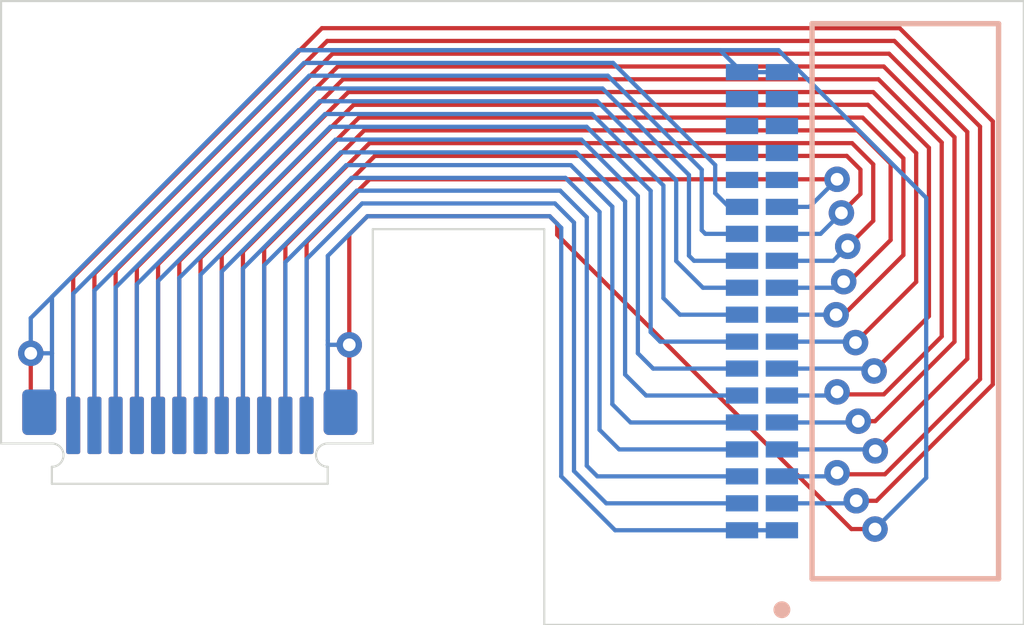
<source format=kicad_pcb>
(kicad_pcb (version 20241229) (generator "pcbnew") (generator_version "9.0")
  (layers (0 "F.Cu" signal) (2 "B.Cu" signal) (13 "F.Paste" user) (15 "B.Paste" user) (5 "F.SilkS" user "F.Silkscreen") (7 "B.SilkS" user "B.Silkscreen") (1 "F.Mask" user) (3 "B.Mask" user) (25 "Edge.Cuts" user))
  (net 0 "")
  (net 1 "GND")
  (net 2 "Net-(J1-Pad4)")
  (net 3 "Net-(J1-Pad11)")
  (net 4 "Net-(J1-Pad6)")
  (net 5 "Net-(J1-Pad9)")
  (net 6 "Net-(J1-Pad24)")
  (net 7 "Net-(J1-Pad23)")
  (net 8 "Net-(J1-Pad12)")
  (net 9 "Net-(J1-Pad7)")
  (net 10 "Net-(J1-Pad10)")
  (net 11 "Net-(J1-Pad3)")
  (net 12 "Net-(J1-Pad13)")
  (net 13 "Net-(J1-Pad31)")
  (net 14 "Net-(J1-Pad27)")
  (net 15 "Net-(J1-Pad5)")
  (net 16 "Net-(J1-Pad2)")
  (net 17 "Net-(J1-Pad8)")
  (net 18 "Net-(J1-Pad29)")
  (net 19 "Net-(J1-Pad26)")
  (net 20 "Net-(J1-Pad21)")
  (net 21 "Net-(J1-Pad20)")
  (net 22 "Net-(J1-Pad28)")
  (net 23 "Net-(J1-Pad22)")
  (net 24 "Net-(J1-Pad30)")
  (net 25 "Net-(J1-Pad25)")
  (footprint "USBPlug:699C124-2A6-111 USB Plug_first half" (layer "F.Cu") (at 134.8 100.3)
    (property "Reference" "U1" (hide yes))
    (property "Value" "~" (hide yes))
    (pad "0" smd roundrect (at -2.5 3) (size 0.33 1.35) (layers "F.Cu" "F.Mask" "F.Paste") (roundrect_rratio 0.1515151515) (net 16 "Net-(J1-Pad2)"))
    (pad "1" smd roundrect (at -2 3) (size 0.33 1.35) (layers "F.Cu" "F.Mask" "F.Paste") (roundrect_rratio 0.1515151515) (net 11 "Net-(J1-Pad3)"))
    (pad "2" smd roundrect (at -1.5 3) (size 0.33 1.35) (layers "F.Cu" "F.Mask" "F.Paste") (roundrect_rratio 0.1515151515) (net 2 "Net-(J1-Pad4)"))
    (pad "3" smd roundrect (at -1 3) (size 0.33 1.35) (layers "F.Cu" "F.Mask" "F.Paste") (roundrect_rratio 0.1515151515) (net 15 "Net-(J1-Pad5)"))
    (pad "4" smd roundrect (at -0.5 3) (size 0.33 1.35) (layers "F.Cu" "F.Mask" "F.Paste") (roundrect_rratio 0.1515151515) (net 4 "Net-(J1-Pad6)"))
    (pad "5" smd roundrect (at 0 3) (size 0.33 1.35) (layers "F.Cu" "F.Mask" "F.Paste") (roundrect_rratio 0.1515151515) (net 9 "Net-(J1-Pad7)"))
    (pad "6" smd roundrect (at 0.5 3) (size 0.33 1.35) (layers "F.Cu" "F.Mask" "F.Paste") (roundrect_rratio 0.1515151515) (net 17 "Net-(J1-Pad8)"))
    (pad "7" smd roundrect (at 1 3) (size 0.33 1.35) (layers "F.Cu" "F.Mask" "F.Paste") (roundrect_rratio 0.1515151515) (net 5 "Net-(J1-Pad9)"))
    (pad "8" smd roundrect (at 1.5 3) (size 0.33 1.35) (layers "F.Cu" "F.Mask" "F.Paste") (roundrect_rratio 0.1515151515) (net 10 "Net-(J1-Pad10)"))
    (pad "9" smd roundrect (at 2 3) (size 0.33 1.35) (layers "F.Cu" "F.Mask" "F.Paste") (roundrect_rratio 0.1515151515) (net 3 "Net-(J1-Pad11)"))
    (pad "10" smd roundrect (at 2.5 3) (size 0.33 1.35) (layers "F.Cu" "F.Mask" "F.Paste") (roundrect_rratio 0.1515151515) (net 8 "Net-(J1-Pad12)"))
    (pad "11" smd roundrect (at 3 3) (size 0.33 1.35) (layers "F.Cu" "F.Mask" "F.Paste") (roundrect_rratio 0.1515151515) (net 12 "Net-(J1-Pad13)"))
    (pad "24" smd roundrect (at -3 3 180) (size 0.8 1.07) (drill (offset 0.3 0.31)) (layers "F.Cu" "F.Mask" "F.Paste") (roundrect_rratio 0.15) (net 1 "GND"))
    (pad "25" smd roundrect (at 3.5 3) (size 0.8 1.07) (drill (offset 0.3 -0.31)) (layers "F.Cu" "F.Mask" "F.Paste") (roundrect_rratio 0.15) (net 1 "GND"))
  )
  (footprint "USBPlug:699C124-2A6-111 USB Plug_second half" (layer "B.Cu") (at 134.8 106.3)
    (property "Reference" "U2" (hide yes))
    (property "Value" "~" (hide yes))
    (pad "12" smd roundrect (at -2.5 -3) (size 0.33 1.35) (layers "B.Cu" "B.Mask" "B.Paste") (roundrect_rratio 0.1515151515) (net 13 "Net-(J1-Pad31)"))
    (pad "13" smd roundrect (at -2 -3) (size 0.33 1.35) (layers "B.Cu" "B.Mask" "B.Paste") (roundrect_rratio 0.1515151515) (net 24 "Net-(J1-Pad30)"))
    (pad "14" smd roundrect (at -1.5 -3) (size 0.33 1.35) (layers "B.Cu" "B.Mask" "B.Paste") (roundrect_rratio 0.1515151515) (net 18 "Net-(J1-Pad29)"))
    (pad "15" smd roundrect (at -1 -3) (size 0.33 1.35) (layers "B.Cu" "B.Mask" "B.Paste") (roundrect_rratio 0.1515151515) (net 22 "Net-(J1-Pad28)"))
    (pad "16" smd roundrect (at -0.5 -3) (size 0.33 1.35) (layers "B.Cu" "B.Mask" "B.Paste") (roundrect_rratio 0.1515151515) (net 14 "Net-(J1-Pad27)"))
    (pad "17" smd roundrect (at 0 -3) (size 0.33 1.35) (layers "B.Cu" "B.Mask" "B.Paste") (roundrect_rratio 0.1515151515) (net 19 "Net-(J1-Pad26)"))
    (pad "18" smd roundrect (at 0.5 -3) (size 0.33 1.35) (layers "B.Cu" "B.Mask" "B.Paste") (roundrect_rratio 0.1515151515) (net 25 "Net-(J1-Pad25)"))
    (pad "19" smd roundrect (at 1 -3) (size 0.33 1.35) (layers "B.Cu" "B.Mask" "B.Paste") (roundrect_rratio 0.1515151515) (net 6 "Net-(J1-Pad24)"))
    (pad "20" smd roundrect (at 1.5 -3) (size 0.33 1.35) (layers "B.Cu" "B.Mask" "B.Paste") (roundrect_rratio 0.1515151515) (net 7 "Net-(J1-Pad23)"))
    (pad "21" smd roundrect (at 2 -3) (size 0.33 1.35) (layers "B.Cu" "B.Mask" "B.Paste") (roundrect_rratio 0.1515151515) (net 23 "Net-(J1-Pad22)"))
    (pad "22" smd roundrect (at 2.5 -3) (size 0.33 1.35) (layers "B.Cu" "B.Mask" "B.Paste") (roundrect_rratio 0.1515151515) (net 20 "Net-(J1-Pad21)"))
    (pad "23" smd roundrect (at 3 -3) (size 0.33 1.35) (layers "B.Cu" "B.Mask" "B.Paste") (roundrect_rratio 0.1515151515) (net 21 "Net-(J1-Pad20)"))
    (pad "26" smd roundrect (at -3 -3.3 180) (size 0.8 1.07) (drill (offset 0.3 0.01)) (layers "B.Cu" "B.Mask" "B.Paste") (roundrect_rratio 0.15) (net 1 "GND"))
    (pad "27" smd roundrect (at 3.5 -3.3) (size 0.8 1.07) (drill (offset 0.3 -0.01)) (layers "B.Cu" "B.Mask" "B.Paste") (roundrect_rratio 0.15) (net 1 "GND"))
  )
  (footprint "36pinOmnetics:OMNETICS_A79024-001" (layer "B.Cu") (at 148.5301 100.37275 -90)
    (property "Reference" "J1" (hide yes))
    (property "Value" "A79024-001" (hide yes))
    (fp_line (start -6.5405 -1.1811) (end 6.5405 -1.1811) (stroke (width 0.127)) (layer "B.SilkS"))
    (fp_line (start 6.5405 -1.1811) (end 6.5405 -5.5753) (stroke (width 0.127)) (layer "B.SilkS"))
    (fp_line (start -6.5405 -5.5753) (end -6.5405 -1.1811) (stroke (width 0.127)) (layer "B.SilkS"))
    (fp_line (start 6.5405 -5.5753) (end -6.5405 -5.5753) (stroke (width 0.127)) (layer "B.SilkS"))
    (fp_circle (center 7.27 -0.47) (end 7.37 -0.47) (stroke (width 0.2)) (fill no) (layer "B.SilkS"))
    (pad "1" smd rect (at 5.3975 -0.4699 270) (size 0.381 0.762) (layers "B.Cu" "B.Mask" "B.Paste") (net 1 "GND"))
    (pad "2" smd rect (at 4.7625 -0.4699 270) (size 0.381 0.762) (layers "B.Cu" "B.Mask" "B.Paste") (net 16 "Net-(J1-Pad2)"))
    (pad "3" smd rect (at 4.1275 -0.4699 270) (size 0.381 0.762) (layers "B.Cu" "B.Mask" "B.Paste") (net 11 "Net-(J1-Pad3)"))
    (pad "4" smd rect (at 3.4925 -0.4699 270) (size 0.381 0.762) (layers "B.Cu" "B.Mask" "B.Paste") (net 2 "Net-(J1-Pad4)"))
    (pad "5" smd rect (at 2.8575 -0.4699 270) (size 0.381 0.762) (layers "B.Cu" "B.Mask" "B.Paste") (net 15 "Net-(J1-Pad5)"))
    (pad "6" smd rect (at 2.2225 -0.4699 270) (size 0.381 0.762) (layers "B.Cu" "B.Mask" "B.Paste") (net 4 "Net-(J1-Pad6)"))
    (pad "7" smd rect (at 1.5875 -0.4699 270) (size 0.381 0.762) (layers "B.Cu" "B.Mask" "B.Paste") (net 9 "Net-(J1-Pad7)"))
    (pad "8" smd rect (at 0.9525 -0.4699 270) (size 0.381 0.762) (layers "B.Cu" "B.Mask" "B.Paste") (net 17 "Net-(J1-Pad8)"))
    (pad "9" smd rect (at 0.3175 -0.4699 270) (size 0.381 0.762) (layers "B.Cu" "B.Mask" "B.Paste") (net 5 "Net-(J1-Pad9)"))
    (pad "10" smd rect (at -0.3175 -0.4699 270) (size 0.381 0.762) (layers "B.Cu" "B.Mask" "B.Paste") (net 10 "Net-(J1-Pad10)"))
    (pad "11" smd rect (at -0.9525 -0.4699 270) (size 0.381 0.762) (layers "B.Cu" "B.Mask" "B.Paste") (net 3 "Net-(J1-Pad11)"))
    (pad "12" smd rect (at -1.5875 -0.4699 270) (size 0.381 0.762) (layers "B.Cu" "B.Mask" "B.Paste") (net 8 "Net-(J1-Pad12)"))
    (pad "13" smd rect (at -2.2225 -0.4699 270) (size 0.381 0.762) (layers "B.Cu" "B.Mask" "B.Paste") (net 12 "Net-(J1-Pad13)"))
    (pad "14" smd rect (at -2.8575 -0.4699 270) (size 0.381 0.762) (layers "B.Cu" "B.Mask" "B.Paste"))
    (pad "15" smd rect (at -3.4925 -0.4699 270) (size 0.381 0.762) (layers "B.Cu" "B.Mask" "B.Paste"))
    (pad "16" smd rect (at -4.1275 -0.4699 270) (size 0.381 0.762) (layers "B.Cu" "B.Mask" "B.Paste"))
    (pad "17" smd rect (at -4.7625 -0.4699 270) (size 0.381 0.762) (layers "B.Cu" "B.Mask" "B.Paste"))
    (pad "18" smd rect (at -5.3975 -0.4699 270) (size 0.381 0.762) (layers "B.Cu" "B.Mask" "B.Paste") (net 1 "GND"))
    (pad "19" smd rect (at 5.3975 0.4699 270) (size 0.381 0.762) (layers "B.Cu" "B.Mask" "B.Paste") (net 1 "GND"))
    (pad "20" smd rect (at 4.7625 0.4699 270) (size 0.381 0.762) (layers "B.Cu" "B.Mask" "B.Paste") (net 21 "Net-(J1-Pad20)"))
    (pad "21" smd rect (at 4.1275 0.4699 270) (size 0.381 0.762) (layers "B.Cu" "B.Mask" "B.Paste") (net 20 "Net-(J1-Pad21)"))
    (pad "22" smd rect (at 3.4925 0.4699 270) (size 0.381 0.762) (layers "B.Cu" "B.Mask" "B.Paste") (net 23 "Net-(J1-Pad22)"))
    (pad "23" smd rect (at 2.8575 0.4699 270) (size 0.381 0.762) (layers "B.Cu" "B.Mask" "B.Paste") (net 7 "Net-(J1-Pad23)"))
    (pad "24" smd rect (at 2.2225 0.4699 270) (size 0.381 0.762) (layers "B.Cu" "B.Mask" "B.Paste") (net 6 "Net-(J1-Pad24)"))
    (pad "25" smd rect (at 1.5875 0.4699 270) (size 0.381 0.762) (layers "B.Cu" "B.Mask" "B.Paste") (net 25 "Net-(J1-Pad25)"))
    (pad "26" smd rect (at 0.9525 0.4699 270) (size 0.381 0.762) (layers "B.Cu" "B.Mask" "B.Paste") (net 19 "Net-(J1-Pad26)"))
    (pad "27" smd rect (at 0.3175 0.4699 270) (size 0.381 0.762) (layers "B.Cu" "B.Mask" "B.Paste") (net 14 "Net-(J1-Pad27)"))
    (pad "28" smd rect (at -0.3175 0.4699 270) (size 0.381 0.762) (layers "B.Cu" "B.Mask" "B.Paste") (net 22 "Net-(J1-Pad28)"))
    (pad "29" smd rect (at -0.9525 0.4699 270) (size 0.381 0.762) (layers "B.Cu" "B.Mask" "B.Paste") (net 18 "Net-(J1-Pad29)"))
    (pad "30" smd rect (at -1.5875 0.4699 270) (size 0.381 0.762) (layers "B.Cu" "B.Mask" "B.Paste") (net 24 "Net-(J1-Pad30)"))
    (pad "31" smd rect (at -2.2225 0.4699 270) (size 0.381 0.762) (layers "B.Cu" "B.Mask" "B.Paste") (net 13 "Net-(J1-Pad31)"))
    (pad "32" smd rect (at -2.8575 0.4699 270) (size 0.381 0.762) (layers "B.Cu" "B.Mask" "B.Paste"))
    (pad "33" smd rect (at -3.4925 0.4699 270) (size 0.381 0.762) (layers "B.Cu" "B.Mask" "B.Paste"))
    (pad "34" smd rect (at -4.1275 0.4699 270) (size 0.381 0.762) (layers "B.Cu" "B.Mask" "B.Paste"))
    (pad "35" smd rect (at -4.7625 0.4699 270) (size 0.381 0.762) (layers "B.Cu" "B.Mask" "B.Paste"))
    (pad "36" smd rect (at -5.3975 0.4699 270) (size 0.381 0.762) (layers "B.Cu" "B.Mask" "B.Paste") (net 1 "GND"))
  )
  (gr_line (start 154.7 93.3) (end 130.6 93.3) (stroke (width 0.05)) (layer "Edge.Cuts"))
  (gr_line (start 130.6 93.3) (end 130.6 103.725) (stroke (width 0.05)) (layer "Edge.Cuts"))
  (gr_line (start 143.4 98.675) (end 143.4 108) (stroke (width 0.05)) (layer "Edge.Cuts"))
  (gr_line (start 139.3595 103.725) (end 139.3595 98.675) (stroke (width 0.05)) (layer "Edge.Cuts"))
  (gr_line (start 138.3 103.725) (end 139.3595 103.725) (stroke (width 0.05)) (layer "Edge.Cuts"))
  (gr_line (start 139.3595 98.675) (end 143.4 98.675) (stroke (width 0.05)) (layer "Edge.Cuts"))
  (gr_line (start 143.4 108) (end 148.4 108) (stroke (width 0.05)) (layer "Edge.Cuts"))
  (gr_line (start 131.797 104.275) (end 131.797 104.675) (stroke (width 0.05)) (layer "Edge.Cuts"))
  (gr_line (start 138.297 104.27498) (end 138.297 104.675) (stroke (width 0.05)) (layer "Edge.Cuts"))
  (gr_arc (start 131.797 103.725) (mid 132.072 104) (end 131.797 104.275) (stroke (width 0.05)) (layer "Edge.Cuts"))
  (gr_line (start 148.4 108) (end 154.7 108) (stroke (width 0.05)) (layer "Edge.Cuts"))
  (gr_arc (start 138.297 104.275) (mid 138.022 104) (end 138.297 103.725) (stroke (width 0.05)) (layer "Edge.Cuts"))
  (gr_line (start 154.7 108) (end 154.7 93.3) (stroke (width 0.05)) (layer "Edge.Cuts"))
  (gr_line (start 138.297 104.675) (end 131.797 104.675) (stroke (width 0.05)) (layer "Edge.Cuts"))
  (gr_line (start 131.797 103.725) (end 130.6 103.725) (stroke (width 0.05)) (layer "Edge.Cuts"))
  (segment (start 143.705 98.808101) (end 150.638857 105.741958) (width 0.1) (layer "F.Cu") (net 1))
  (segment (start 138.3 103.3) (end 138.8055 102.7945) (width 0.1) (layer "F.Cu") (net 1))
  (segment (start 131.3 102.8) (end 131.3 101.6) (width 0.1) (layer "F.Cu") (net 1))
  (segment (start 138.8055 101.4) (end 138.8055 98.797665) (width 0.1) (layer "F.Cu") (net 1))
  (segment (start 150.638857 105.741958) (end 151.194284 105.741958) (width 0.1) (layer "F.Cu") (net 1))
  (segment (start 138.8055 102.7945) (end 138.8055 101.4) (width 0.1) (layer "F.Cu") (net 1))
  (segment (start 138.8055 98.797665) (end 139.233165 98.37) (width 0.1) (layer "F.Cu") (net 1))
  (segment (start 139.233165 98.37) (end 143.526335 98.37) (width 0.1) (layer "F.Cu") (net 1))
  (segment (start 143.526335 98.37) (end 143.705 98.548665) (width 0.1) (layer "F.Cu") (net 1))
  (segment (start 143.705 98.548665) (end 143.705 98.808101) (width 0.1) (layer "F.Cu") (net 1))
  (segment (start 131.8 103.3) (end 131.3 102.8) (width 0.1) (layer "F.Cu") (net 1))
  (via (at 131.3 101.6) (size 0.6) (drill 0.3) (layers "F.Cu" "B.Cu") (net 1))
  (via (at 138.8055 101.4) (size 0.6) (drill 0.3) (layers "F.Cu" "B.Cu") (net 1))
  (via (at 151.194284 105.741958) (size 0.6) (drill 0.3) (layers "F.Cu" "B.Cu") (net 1))
  (segment (start 148.92025 94.457) (end 137.612351 94.457) (width 0.1) (layer "B.Cu") (net 1))
  (segment (start 145.07025 105.77025) (end 148.0602 105.77025) (width 0.1) (layer "B.Cu") (net 1))
  (segment (start 138.3 101.3) (end 138.3 99.303165) (width 0.1) (layer "B.Cu") (net 1))
  (segment (start 131.8 101.6) (end 131.8 100.269351) (width 0.1) (layer "B.Cu") (net 1))
  (segment (start 152.4 97.93675) (end 148.92025 94.457) (width 0.1) (layer "B.Cu") (net 1))
  (segment (start 143.526335 98.37) (end 143.8 98.643665) (width 0.1) (layer "B.Cu") (net 1))
  (segment (start 143.8 104.5) (end 145.07025 105.77025) (width 0.1) (layer "B.Cu") (net 1))
  (segment (start 139.233165 98.37) (end 143.526335 98.37) (width 0.1) (layer "B.Cu") (net 1))
  (segment (start 138.8055 101.4) (end 138.3 101.4) (width 0.1) (layer "B.Cu") (net 1))
  (segment (start 151.194284 105.741958) (end 152.4 104.536242) (width 0.1) (layer "B.Cu") (net 1))
  (segment (start 143.8 98.643665) (end 143.8 104.5) (width 0.1) (layer "B.Cu") (net 1))
  (segment (start 147.54195 94.457) (end 148.0602 94.97525) (width 0.1) (layer "B.Cu") (net 1))
  (segment (start 137.612351 94.457) (end 147.54195 94.457) (width 0.1) (layer "B.Cu") (net 1))
  (segment (start 149 105.77025) (end 148.0602 105.77025) (width 0.1) (layer "B.Cu") (net 1))
  (segment (start 138.3 103) (end 138.3 101.4) (width 0.1) (layer "B.Cu") (net 1))
  (segment (start 131.8 103) (end 131.8 101.6) (width 0.1) (layer "B.Cu") (net 1))
  (segment (start 131.3 100.769351) (end 131.3 101.6) (width 0.1) (layer "B.Cu") (net 1))
  (segment (start 137.612351 94.457) (end 131.3 100.769351) (width 0.1) (layer "B.Cu") (net 1))
  (segment (start 152.4 104.536242) (end 152.4 97.93675) (width 0.1) (layer "B.Cu") (net 1))
  (segment (start 149 94.97525) (end 148.0602 94.97525) (width 0.1) (layer "B.Cu") (net 1))
  (segment (start 131.3 101.6) (end 131.8 101.6) (width 0.1) (layer "B.Cu") (net 1))
  (segment (start 138.3 99.303165) (end 139.233165 98.37) (width 0.1) (layer "B.Cu") (net 1))
  (segment (start 138.3 101.4) (end 138.3 101.3) (width 0.1) (layer "B.Cu") (net 1))
  (segment (start 131.8 100.269351) (end 137.612351 94.457) (width 0.1) (layer "B.Cu") (net 1))
  (segment (start 133.3 99.651356) (end 138.410356 94.541) (width 0.1) (layer "F.Cu") (net 2))
  (segment (start 151.525656 94.541) (end 153.367958 96.383302) (width 0.1) (layer "F.Cu") (net 2))
  (segment (start 138.410356 94.541) (end 151.525656 94.541) (width 0.1) (layer "F.Cu") (net 2))
  (segment (start 153.367958 96.383302) (end 153.367958 101.732042) (width 0.1) (layer "F.Cu") (net 2))
  (segment (start 133.3 103.3) (end 133.3 99.651356) (width 0.1) (layer "F.Cu") (net 2))
  (segment (start 153.367958 101.732042) (end 151.2 103.9) (width 0.1) (layer "F.Cu") (net 2))
  (via (at 151.2 103.9) (size 0.6) (drill 0.3) (layers "F.Cu" "B.Cu") (net 2))
  (segment (start 151.2 103.9) (end 151.16525 103.86525) (width 0.1) (layer "B.Cu") (net 2))
  (segment (start 151.16525 103.86525) (end 149 103.86525) (width 0.1) (layer "B.Cu") (net 2))
  (segment (start 151.152 97.14709) (end 151.152 98.478503) (width 0.1) (layer "F.Cu") (net 3))
  (segment (start 136.8 103.3) (end 136.8 99.131102) (width 0.1) (layer "F.Cu") (net 3))
  (segment (start 139.283102 96.648) (end 150.65291 96.648) (width 0.1) (layer "F.Cu") (net 3))
  (segment (start 151.152 98.478503) (end 150.551001 99.079502) (width 0.1) (layer "F.Cu") (net 3))
  (segment (start 150.65291 96.648) (end 151.152 97.14709) (width 0.1) (layer "F.Cu") (net 3))
  (segment (start 136.8 99.131102) (end 139.283102 96.648) (width 0.1) (layer "F.Cu") (net 3))
  (via (at 150.551001 99.079502) (size 0.6) (drill 0.3) (layers "F.Cu" "B.Cu") (net 3))
  (segment (start 150.210253 99.42025) (end 149 99.42025) (width 0.1) (layer "B.Cu") (net 3))
  (segment (start 150.551001 99.079502) (end 150.210253 99.42025) (width 0.1) (layer "B.Cu") (net 3))
  (segment (start 152.765958 101.203633) (end 151.401174 102.568417) (width 0.1) (layer "F.Cu") (net 4))
  (segment (start 150.358167 102.568417) (end 150.3 102.51025) (width 0.1) (layer "F.Cu") (net 4))
  (segment (start 134.3 103.3) (end 134.3 99.502712) (width 0.1) (layer "F.Cu") (net 4))
  (segment (start 152.765958 96.632658) (end 152.765958 101.203633) (width 0.1) (layer "F.Cu") (net 4))
  (segment (start 134.3 99.502712) (end 138.659712 95.143) (width 0.1) (layer "F.Cu") (net 4))
  (segment (start 151.401174 102.568417) (end 150.358167 102.568417) (width 0.1) (layer "F.Cu") (net 4))
  (segment (start 151.2763 95.143) (end 152.765958 96.632658) (width 0.1) (layer "F.Cu") (net 4))
  (segment (start 138.659712 95.143) (end 151.2763 95.143) (width 0.1) (layer "F.Cu") (net 4))
  (via (at 150.3 102.51025) (size 0.6) (drill 0.3) (layers "F.Cu" "B.Cu") (net 4))
  (segment (start 150.3 102.51025) (end 150.215 102.59525) (width 0.1) (layer "B.Cu") (net 4))
  (segment (start 150.215 102.59525) (end 149 102.59525) (width 0.1) (layer "B.Cu") (net 4))
  (segment (start 139.033746 96.046) (end 150.902266 96.046) (width 0.1) (layer "F.Cu") (net 5))
  (segment (start 135.8 103.3) (end 135.8 99.279746) (width 0.1) (layer "F.Cu") (net 5))
  (segment (start 150.902266 96.046) (end 151.862958 97.006692) (width 0.1) (layer "F.Cu") (net 5))
  (segment (start 150.455452 100.692047) (end 150.276947 100.692047) (width 0.1) (layer "F.Cu") (net 5))
  (segment (start 135.8 99.279746) (end 139.033746 96.046) (width 0.1) (layer "F.Cu") (net 5))
  (segment (start 151.862958 97.006692) (end 151.862958 99.284541) (width 0.1) (layer "F.Cu") (net 5))
  (segment (start 151.862958 99.284541) (end 150.455452 100.692047) (width 0.1) (layer "F.Cu") (net 5))
  (via (at 150.276947 100.692047) (size 0.6) (drill 0.3) (layers "F.Cu" "B.Cu") (net 5))
  (segment (start 149.992047 100.692047) (end 149.99025 100.69025) (width 0.1) (layer "B.Cu") (net 5))
  (segment (start 149.99025 100.69025) (end 149 100.69025) (width 0.1) (layer "B.Cu") (net 5))
  (segment (start 150.276947 100.692047) (end 149.992047 100.692047) (width 0.1) (layer "B.Cu") (net 5))
  (segment (start 145.305 98.020275) (end 145.305 102.1) (width 0.1) (layer "B.Cu") (net 6))
  (segment (start 145.80025 102.59525) (end 148.0602 102.59525) (width 0.1) (layer "B.Cu") (net 6))
  (segment (start 135.8 99.674775) (end 138.609775 96.865) (width 0.1) (layer "B.Cu") (net 6))
  (segment (start 145.305 102.1) (end 145.80025 102.59525) (width 0.1) (layer "B.Cu") (net 6))
  (segment (start 144.149725 96.865) (end 145.305 98.020275) (width 0.1) (layer "B.Cu") (net 6))
  (segment (start 135.8 103.3) (end 135.8 99.674775) (width 0.1) (layer "B.Cu") (net 6))
  (segment (start 138.609775 96.865) (end 144.149725 96.865) (width 0.1) (layer "B.Cu") (net 6))
  (segment (start 145.004 102.8) (end 145.43425 103.23025) (width 0.1) (layer "B.Cu") (net 7))
  (segment (start 136.3 103.3) (end 136.3 99.600453) (width 0.1) (layer "B.Cu") (net 7))
  (segment (start 138.734453 97.166) (end 144.025047 97.166) (width 0.1) (layer "B.Cu") (net 7))
  (segment (start 136.3 99.600453) (end 138.734453 97.166) (width 0.1) (layer "B.Cu") (net 7))
  (segment (start 144.025047 97.166) (end 145.004 98.144953) (width 0.1) (layer "B.Cu") (net 7))
  (segment (start 145.43425 103.23025) (end 148.0602 103.23025) (width 0.1) (layer "B.Cu") (net 7))
  (segment (start 145.004 98.144953) (end 145.004 102.8) (width 0.1) (layer "B.Cu") (net 7))
  (segment (start 137.3 99.05678) (end 139.40778 96.949) (width 0.1) (layer "F.Cu") (net 8))
  (segment (start 150.528232 96.949) (end 150.851 97.271768) (width 0.1) (layer "F.Cu") (net 8))
  (segment (start 139.40778 96.949) (end 150.528232 96.949) (width 0.1) (layer "F.Cu") (net 8))
  (segment (start 150.851 97.271768) (end 150.851 97.84482) (width 0.1) (layer "F.Cu") (net 8))
  (segment (start 150.851 97.84482) (end 150.402398 98.293422) (width 0.1) (layer "F.Cu") (net 8))
  (segment (start 137.3 103.3) (end 137.3 99.05678) (width 0.1) (layer "F.Cu") (net 8))
  (via (at 150.402398 98.293422) (size 0.6) (drill 0.3) (layers "F.Cu" "B.Cu") (net 8))
  (segment (start 150.402398 98.293422) (end 149.91057 98.78525) (width 0.1) (layer "B.Cu") (net 8))
  (segment (start 149.91057 98.78525) (end 149 98.78525) (width 0.1) (layer "B.Cu") (net 8))
  (segment (start 152.464958 96.757336) (end 152.464958 100.725401) (width 0.1) (layer "F.Cu") (net 9))
  (segment (start 151.151622 95.444) (end 152.464958 96.757336) (width 0.1) (layer "F.Cu") (net 9))
  (segment (start 138.78439 95.444) (end 151.151622 95.444) (width 0.1) (layer "F.Cu") (net 9))
  (segment (start 134.8 99.42839) (end 138.78439 95.444) (width 0.1) (layer "F.Cu") (net 9))
  (segment (start 134.8 103.3) (end 134.8 99.42839) (width 0.1) (layer "F.Cu") (net 9))
  (segment (start 152.464958 100.725401) (end 151.172942 102.017417) (width 0.1) (layer "F.Cu") (net 9))
  (via (at 151.172942 102.017417) (size 0.6) (drill 0.3) (layers "F.Cu" "B.Cu") (net 9))
  (segment (start 151.172942 102.017417) (end 151.115775 101.96025) (width 0.1) (layer "B.Cu") (net 9))
  (segment (start 151.115775 101.96025) (end 149 101.96025) (width 0.1) (layer "B.Cu") (net 9))
  (segment (start 150.580459 99.912326) (end 150.455941 99.912326) (width 0.1) (layer "F.Cu") (net 10))
  (segment (start 151.561958 98.930827) (end 150.580459 99.912326) (width 0.1) (layer "F.Cu") (net 10))
  (segment (start 139.158424 96.347) (end 150.777588 96.347) (width 0.1) (layer "F.Cu") (net 10))
  (segment (start 136.3 99.205424) (end 139.158424 96.347) (width 0.1) (layer "F.Cu") (net 10))
  (segment (start 136.3 103.3) (end 136.3 99.205424) (width 0.1) (layer "F.Cu") (net 10))
  (segment (start 151.561958 97.13137) (end 151.561958 98.930827) (width 0.1) (layer "F.Cu") (net 10))
  (segment (start 150.777588 96.347) (end 151.561958 97.13137) (width 0.1) (layer "F.Cu") (net 10))
  (via (at 150.455941 99.912326) (size 0.6) (drill 0.3) (layers "F.Cu" "B.Cu") (net 10))
  (segment (start 150.455941 99.912326) (end 150.313017 100.05525) (width 0.1) (layer "B.Cu") (net 10))
  (segment (start 150.313017 100.05525) (end 149 100.05525) (width 0.1) (layer "B.Cu") (net 10))
  (segment (start 132.8 103.3) (end 132.8 99.725678) (width 0.1) (layer "F.Cu") (net 11))
  (segment (start 132.8 99.725678) (end 138.285678 94.24) (width 0.1) (layer "F.Cu") (net 11))
  (segment (start 151.428232 104.451) (end 150.33575 104.451) (width 0.1) (layer "F.Cu") (net 11))
  (segment (start 150.33575 104.451) (end 150.3 104.41525) (width 0.1) (layer "F.Cu") (net 11))
  (segment (start 153.668958 96.258624) (end 153.668958 102.210274) (width 0.1) (layer "F.Cu") (net 11))
  (segment (start 151.650334 94.24) (end 153.668958 96.258624) (width 0.1) (layer "F.Cu") (net 11))
  (segment (start 138.285678 94.24) (end 151.650334 94.24) (width 0.1) (layer "F.Cu") (net 11))
  (segment (start 153.668958 102.210274) (end 151.428232 104.451) (width 0.1) (layer "F.Cu") (net 11))
  (via (at 150.3 104.41525) (size 0.6) (drill 0.3) (layers "F.Cu" "B.Cu") (net 11))
  (segment (start 150.215 104.50025) (end 149 104.50025) (width 0.1) (layer "B.Cu") (net 11))
  (segment (start 150.3 104.41525) (end 150.215 104.50025) (width 0.1) (layer "B.Cu") (net 11))
  (segment (start 137.8 98.982458) (end 139.282458 97.5) (width 0.1) (layer "F.Cu") (net 12))
  (segment (start 137.8 103.3) (end 137.8 98.982458) (width 0.1) (layer "F.Cu") (net 12))
  (segment (start 139.282458 97.5) (end 150.3 97.5) (width 0.1) (layer "F.Cu") (net 12))
  (via (at 150.3 97.5) (size 0.6) (drill 0.3) (layers "F.Cu" "B.Cu") (net 12))
  (segment (start 149.64975 98.15025) (end 149 98.15025) (width 0.1) (layer "B.Cu") (net 12))
  (segment (start 150.3 97.5) (end 149.64975 98.15025) (width 0.1) (layer "B.Cu") (net 12))
  (segment (start 145.022471 94.758) (end 147.4282 97.163729) (width 0.1) (layer "B.Cu") (net 13))
  (segment (start 132.3 100.195029) (end 137.737029 94.758) (width 0.1) (layer "B.Cu") (net 13))
  (segment (start 132.3 103.3) (end 132.3 100.195029) (width 0.1) (layer "B.Cu") (net 13))
  (segment (start 147.4282 97.8287) (end 147.74975 98.15025) (width 0.1) (layer "B.Cu") (net 13))
  (segment (start 137.737029 94.758) (end 145.022471 94.758) (width 0.1) (layer "B.Cu") (net 13))
  (segment (start 147.4282 97.163729) (end 147.4282 97.8287) (width 0.1) (layer "B.Cu") (net 13))
  (segment (start 147.74975 98.15025) (end 148.0602 98.15025) (width 0.1) (layer "B.Cu") (net 13))
  (segment (start 146.208 100.3) (end 146.59825 100.69025) (width 0.1) (layer "B.Cu") (net 14))
  (segment (start 146.59825 100.69025) (end 148.0602 100.69025) (width 0.1) (layer "B.Cu") (net 14))
  (segment (start 138.235741 95.962) (end 144.523759 95.962) (width 0.1) (layer "B.Cu") (net 14))
  (segment (start 146.208 97.646241) (end 146.208 100.3) (width 0.1) (layer "B.Cu") (net 14))
  (segment (start 134.3 103.3) (end 134.3 99.897741) (width 0.1) (layer "B.Cu") (net 14))
  (segment (start 134.3 99.897741) (end 138.235741 95.962) (width 0.1) (layer "B.Cu") (net 14))
  (segment (start 144.523759 95.962) (end 146.208 97.646241) (width 0.1) (layer "B.Cu") (net 14))
  (segment (start 151.400978 94.842) (end 153.066958 96.50798) (width 0.1) (layer "F.Cu") (net 15))
  (segment (start 133.8 103.3) (end 133.8 99.577034) (width 0.1) (layer "F.Cu") (net 15))
  (segment (start 153.066958 101.328311) (end 151.195269 103.2) (width 0.1) (layer "F.Cu") (net 15))
  (segment (start 138.535034 94.842) (end 151.400978 94.842) (width 0.1) (layer "F.Cu") (net 15))
  (segment (start 153.066958 96.50798) (end 153.066958 101.328311) (width 0.1) (layer "F.Cu") (net 15))
  (segment (start 151.195269 103.2) (end 150.8 103.2) (width 0.1) (layer "F.Cu") (net 15))
  (segment (start 133.8 99.577034) (end 138.535034 94.842) (width 0.1) (layer "F.Cu") (net 15))
  (via (at 150.8 103.2) (size 0.6) (drill 0.3) (layers "F.Cu" "B.Cu") (net 15))
  (segment (start 150.76975 103.23025) (end 149 103.23025) (width 0.1) (layer "B.Cu") (net 15))
  (segment (start 150.8 103.2) (end 150.76975 103.23025) (width 0.1) (layer "B.Cu") (net 15))
  (segment (start 138.161 93.939) (end 151.775012 93.939) (width 0.1) (layer "F.Cu") (net 16))
  (segment (start 132.3 99.8) (end 138.161 93.939) (width 0.1) (layer "F.Cu") (net 16))
  (segment (start 153.969958 96.133946) (end 153.969958 102.334952) (width 0.1) (layer "F.Cu") (net 16))
  (segment (start 153.969958 102.334952) (end 151.229363 105.075547) (width 0.1) (layer "F.Cu") (net 16))
  (segment (start 151.775012 93.939) (end 153.969958 96.133946) (width 0.1) (layer "F.Cu") (net 16))
  (segment (start 151.229363 105.075547) (end 150.751678 105.075547) (width 0.1) (layer "F.Cu") (net 16))
  (segment (start 132.3 103.3) (end 132.3 99.8) (width 0.1) (layer "F.Cu") (net 16))
  (via (at 150.751678 105.075547) (size 0.6) (drill 0.3) (layers "F.Cu" "B.Cu") (net 16))
  (segment (start 150.691975 105.13525) (end 149 105.13525) (width 0.1) (layer "B.Cu") (net 16))
  (segment (start 150.751678 105.075547) (end 150.691975 105.13525) (width 0.1) (layer "B.Cu") (net 16))
  (segment (start 151.026944 95.745) (end 152.163958 96.882014) (width 0.1) (layer "F.Cu") (net 17))
  (segment (start 152.163958 99.919016) (end 150.735124 101.34785) (width 0.1) (layer "F.Cu") (net 17))
  (segment (start 135.3 99.354068) (end 138.909068 95.745) (width 0.1) (layer "F.Cu") (net 17))
  (segment (start 152.163958 96.882014) (end 152.163958 99.919016) (width 0.1) (layer "F.Cu") (net 17))
  (segment (start 135.3 103.3) (end 135.3 99.354068) (width 0.1) (layer "F.Cu") (net 17))
  (segment (start 138.909068 95.745) (end 151.026944 95.745) (width 0.1) (layer "F.Cu") (net 17))
  (via (at 150.735124 101.34785) (size 0.6) (drill 0.3) (layers "F.Cu" "B.Cu") (net 17))
  (segment (start 150.712524 101.32525) (end 149 101.32525) (width 0.1) (layer "B.Cu") (net 17))
  (segment (start 150.735124 101.34785) (end 150.712524 101.32525) (width 0.1) (layer "B.Cu") (net 17))
  (segment (start 146.93025 99.42025) (end 148.0602 99.42025) (width 0.1) (layer "B.Cu") (net 18))
  (segment (start 137.986385 95.36) (end 144.773115 95.36) (width 0.1) (layer "B.Cu") (net 18))
  (segment (start 146.81 97.396885) (end 146.81 99.3) (width 0.1) (layer "B.Cu") (net 18))
  (segment (start 144.773115 95.36) (end 146.81 97.396885) (width 0.1) (layer "B.Cu") (net 18))
  (segment (start 133.3 100.046385) (end 137.986385 95.36) (width 0.1) (layer "B.Cu") (net 18))
  (segment (start 146.81 99.3) (end 146.93025 99.42025) (width 0.1) (layer "B.Cu") (net 18))
  (segment (start 133.3 103.3) (end 133.3 100.046385) (width 0.1) (layer "B.Cu") (net 18))
  (segment (start 145.907 101.1) (end 146.13225 101.32525) (width 0.1) (layer "B.Cu") (net 19))
  (segment (start 144.399081 96.263) (end 145.907 97.770919) (width 0.1) (layer "B.Cu") (net 19))
  (segment (start 134.8 103.3) (end 134.8 99.823419) (width 0.1) (layer "B.Cu") (net 19))
  (segment (start 138.360419 96.263) (end 144.399081 96.263) (width 0.1) (layer "B.Cu") (net 19))
  (segment (start 145.907 97.770919) (end 145.907 101.1) (width 0.1) (layer "B.Cu") (net 19))
  (segment (start 134.8 99.823419) (end 138.360419 96.263) (width 0.1) (layer "B.Cu") (net 19))
  (segment (start 146.13225 101.32525) (end 148.0602 101.32525) (width 0.1) (layer "B.Cu") (net 19))
  (segment (start 137.3 99.451809) (end 138.983809 97.768) (width 0.1) (layer "B.Cu") (net 20))
  (segment (start 144.402 98.394309) (end 144.402 104.250644) (width 0.1) (layer "B.Cu") (net 20))
  (segment (start 144.651606 104.50025) (end 148.0602 104.50025) (width 0.1) (layer "B.Cu") (net 20))
  (segment (start 138.983809 97.768) (end 143.775691 97.768) (width 0.1) (layer "B.Cu") (net 20))
  (segment (start 137.3 103.3) (end 137.3 99.451809) (width 0.1) (layer "B.Cu") (net 20))
  (segment (start 144.402 104.250644) (end 144.651606 104.50025) (width 0.1) (layer "B.Cu") (net 20))
  (segment (start 143.775691 97.768) (end 144.402 98.394309) (width 0.1) (layer "B.Cu") (net 20))
  (segment (start 144.860928 105.13525) (end 148.0602 105.13525) (width 0.1) (layer "B.Cu") (net 21))
  (segment (start 139.108487 98.069) (end 143.651013 98.069) (width 0.1) (layer "B.Cu") (net 21))
  (segment (start 144.101 104.375322) (end 144.860928 105.13525) (width 0.1) (layer "B.Cu") (net 21))
  (segment (start 137.8 99.377487) (end 139.108487 98.069) (width 0.1) (layer "B.Cu") (net 21))
  (segment (start 144.101 98.518987) (end 144.101 104.375322) (width 0.1) (layer "B.Cu") (net 21))
  (segment (start 143.651013 98.069) (end 144.101 98.518987) (width 0.1) (layer "B.Cu") (net 21))
  (segment (start 137.8 103.3) (end 137.8 99.377487) (width 0.1) (layer "B.Cu") (net 21))
  (segment (start 146.509 99.424678) (end 147.139572 100.05525) (width 0.1) (layer "B.Cu") (net 22))
  (segment (start 138.111063 95.661) (end 144.648437 95.661) (width 0.1) (layer "B.Cu") (net 22))
  (segment (start 146.509 97.521563) (end 146.509 99.424678) (width 0.1) (layer "B.Cu") (net 22))
  (segment (start 133.8 99.972063) (end 138.111063 95.661) (width 0.1) (layer "B.Cu") (net 22))
  (segment (start 133.8 103.3) (end 133.8 99.972063) (width 0.1) (layer "B.Cu") (net 22))
  (segment (start 144.648437 95.661) (end 146.509 97.521563) (width 0.1) (layer "B.Cu") (net 22))
  (segment (start 147.139572 100.05525) (end 148.0602 100.05525) (width 0.1) (layer "B.Cu") (net 22))
  (segment (start 136.8 103.3) (end 136.8 99.526131) (width 0.1) (layer "B.Cu") (net 23))
  (segment (start 144.703 103.403) (end 145.16525 103.86525) (width 0.1) (layer "B.Cu") (net 23))
  (segment (start 145.16525 103.86525) (end 148.0602 103.86525) (width 0.1) (layer "B.Cu") (net 23))
  (segment (start 143.900369 97.467) (end 144.703 98.269631) (width 0.1) (layer "B.Cu") (net 23))
  (segment (start 136.8 99.526131) (end 138.859131 97.467) (width 0.1) (layer "B.Cu") (net 23))
  (segment (start 144.703 98.269631) (end 144.703 103.403) (width 0.1) (layer "B.Cu") (net 23))
  (segment (start 138.859131 97.467) (end 143.900369 97.467) (width 0.1) (layer "B.Cu") (net 23))
  (segment (start 137.861707 95.059) (end 144.897793 95.059) (width 0.1) (layer "B.Cu") (net 24))
  (segment (start 132.8 103.3) (end 132.8 100.120707) (width 0.1) (layer "B.Cu") (net 24))
  (segment (start 147.19625 98.78525) (end 148.0602 98.78525) (width 0.1) (layer "B.Cu") (net 24))
  (segment (start 147.111 97.272207) (end 147.111 98.7) (width 0.1) (layer "B.Cu") (net 24))
  (segment (start 147.111 98.7) (end 147.19625 98.78525) (width 0.1) (layer "B.Cu") (net 24))
  (segment (start 144.897793 95.059) (end 147.111 97.272207) (width 0.1) (layer "B.Cu") (net 24))
  (segment (start 132.8 100.120707) (end 137.861707 95.059) (width 0.1) (layer "B.Cu") (net 24))
  (segment (start 135.3 99.749097) (end 138.485097 96.564) (width 0.1) (layer "B.Cu") (net 25))
  (segment (start 145.606 97.895597) (end 145.606 101.6) (width 0.1) (layer "B.Cu") (net 25))
  (segment (start 138.485097 96.564) (end 144.274403 96.564) (width 0.1) (layer "B.Cu") (net 25))
  (segment (start 145.606 101.6) (end 145.96625 101.96025) (width 0.1) (layer "B.Cu") (net 25))
  (segment (start 144.274403 96.564) (end 145.606 97.895597) (width 0.1) (layer "B.Cu") (net 25))
  (segment (start 145.96625 101.96025) (end 148.0602 101.96025) (width 0.1) (layer "B.Cu") (net 25))
  (segment (start 135.3 103.3) (end 135.3 99.749097) (width 0.1) (layer "B.Cu") (net 25))
)
</source>
